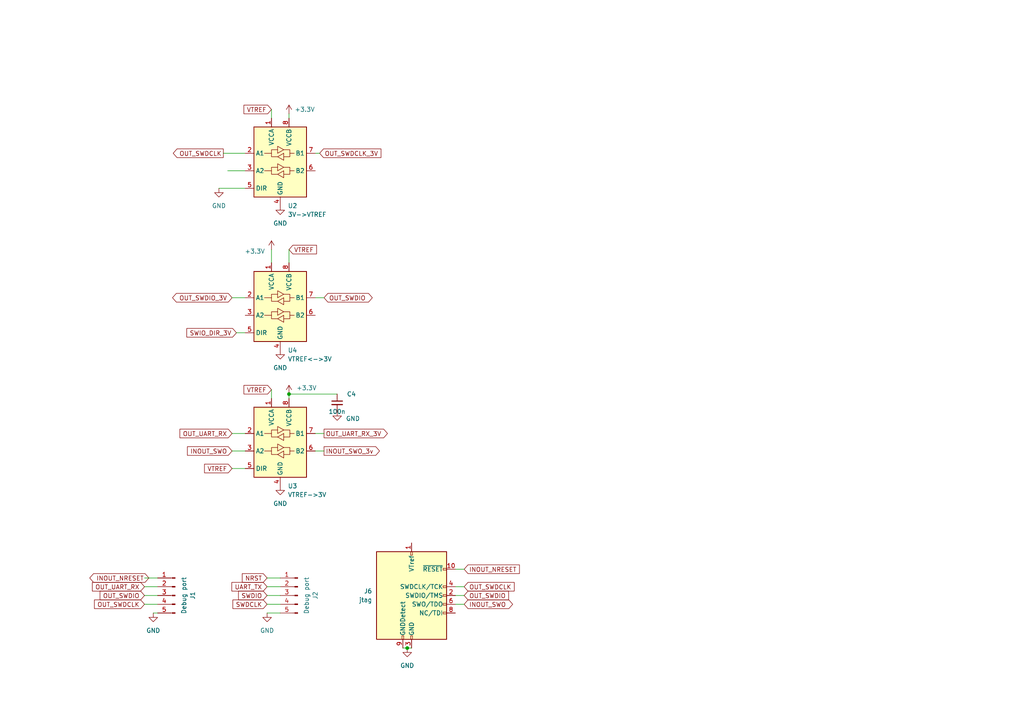
<source format=kicad_sch>
(kicad_sch (version 20231120) (generator "eeschema") (generator_version "8.0")
  (paper "A4")
  (title_block (title "GD32 5pin Level Shifter"))
  (lib_symbols
    (symbol "Connector:Conn_01x05_Male" (pin_names (offset 1.016) hide)
      (property "Reference" "J" (at 0 7.62 0))
      (property "Value" "Conn_01x05_Male" (at 0 -7.62 0))
      (symbol "Conn_01x05_Male_1_1"
        (polyline (pts (xy 1.27 -5.08) (xy 0.8636 -5.08)) (stroke (width 0.1524)))
        (polyline (pts (xy 1.27 -2.54) (xy 0.8636 -2.54)) (stroke (width 0.1524)))
        (polyline (pts (xy 1.27 0) (xy 0.8636 0)) (stroke (width 0.1524)))
        (polyline (pts (xy 1.27 2.54) (xy 0.8636 2.54)) (stroke (width 0.1524)))
        (polyline (pts (xy 1.27 5.08) (xy 0.8636 5.08)) (stroke (width 0.1524)))
        (rectangle (start 0.8636 -4.953) (end 0 -5.207) (stroke (width 0.1524)) (fill (type outline)))
        (rectangle (start 0.8636 -2.413) (end 0 -2.667) (stroke (width 0.1524)) (fill (type outline)))
        (rectangle (start 0.8636 0.127) (end 0 -0.127) (stroke (width 0.1524)) (fill (type outline)))
        (rectangle (start 0.8636 2.667) (end 0 2.413) (stroke (width 0.1524)) (fill (type outline)))
        (rectangle (start 0.8636 5.207) (end 0 4.953) (stroke (width 0.1524)) (fill (type outline)))
        (pin passive line (at 5.08 5.08 180) (length 3.81) (name "Pin_1") (number "1"))
        (pin passive line (at 5.08 2.54 180) (length 3.81) (name "Pin_2") (number "2"))
        (pin passive line (at 5.08 0 180) (length 3.81) (name "Pin_3") (number "3"))
        (pin passive line (at 5.08 -2.54 180) (length 3.81) (name "Pin_4") (number "4"))
        (pin passive line (at 5.08 -5.08 180) (length 3.81) (name "Pin_5") (number "5"))
      )
    )
    (symbol "Connector:Conn_ARM_JTAG_SWD_10" (pin_names (offset 1.016))
      (property "Reference" "J" (at -2.54 16.51 0))
      (property "Value" "Conn_ARM_JTAG_SWD_10" (at -2.54 13.97 0))
      (symbol "Conn_ARM_JTAG_SWD_10_0_1"
        (rectangle (start -10.16 12.7) (end 10.16 -12.7) (stroke (width 0.254)) (fill (type background)))
        (rectangle (start -2.794 -12.7) (end -2.286 -11.684))
        (rectangle (start -0.254 -12.7) (end 0.254 -11.684))
        (rectangle (start -0.254 12.7) (end 0.254 11.684))
        (rectangle (start 9.144 2.286) (end 10.16 2.794))
        (rectangle (start 10.16 -2.794) (end 9.144 -2.286))
        (rectangle (start 10.16 -0.254) (end 9.144 0.254))
        (rectangle (start 10.16 7.874) (end 9.144 7.366))
      )
      (symbol "Conn_ARM_JTAG_SWD_10_1_1"
        (rectangle (start 9.144 -5.334) (end 10.16 -4.826))
        (pin power_in line (at 0 15.24 270) (length 2.54) (name "VTref") (number "1"))
        (pin open_collector line (at 12.7 7.62 180) (length 2.54) (name "~{RESET}") (number "10"))
        (pin bidirectional line (at 12.7 0 180) (length 2.54) (name "SWDIO/TMS") (number "2"))
        (pin power_in line (at 0 -15.24 90) (length 2.54) (name "GND") (number "3"))
        (pin output line (at 12.7 2.54 180) (length 2.54) (name "SWDCLK/TCK") (number "4"))
        (pin passive line (at 0 -15.24 90) (length 2.54) hide (name "GND") (number "5"))
        (pin input line (at 12.7 -2.54 180) (length 2.54) (name "SWO/TDO") (number "6"))
        (pin no_connect line (at -10.16 0 0) (length 2.54) hide (name "KEY") (number "7"))
        (pin output line (at 12.7 -5.08 180) (length 2.54) (name "NC/TDI") (number "8"))
        (pin passive line (at -2.54 -15.24 90) (length 2.54) (name "GNDDetect") (number "9"))
      )
    )
    (symbol "Device:C_Small" (pin_numbers hide) (pin_names (offset 0.254) hide)
      (property "Reference" "C" (at 0.254 1.778 0))
      (property "Value" "C_Small" (at 0.254 -2.032 0))
      (symbol "C_Small_0_1"
        (polyline (pts (xy -1.524 -0.508) (xy 1.524 -0.508)) (stroke (width 0.3302)))
        (polyline (pts (xy -1.524 0.508) (xy 1.524 0.508)) (stroke (width 0.3048)))
      )
      (symbol "C_Small_1_1"
        (pin passive line (at 0 2.54 270) (length 2.032) (name "~") (number "1"))
        (pin passive line (at 0 -2.54 90) (length 2.032) (name "~") (number "2"))
      )
    )
    (symbol "Logic_LevelTranslator:SN74LVC2T45DCUR"
      (property "Reference" "U" (at -6.35 11.43 0))
      (property "Value" "SN74LVC2T45DCUR" (at 3.81 11.43 0))
      (symbol "SN74LVC2T45DCUR_0_1"
        (rectangle (start -7.62 10.16) (end 7.62 -10.16) (stroke (width 0.254)) (fill (type background)))
        (polyline (pts (xy -2.54 2.54) (xy -2.54 3.556) (xy -0.762 3.556)))
        (polyline (pts (xy 2.794 2.54) (xy 2.794 1.524) (xy 1.016 1.524)))
        (polyline (pts (xy -0.762 1.524) (xy -2.54 1.524) (xy -2.54 2.54) (xy -4.572 2.54)))
        (polyline (pts (xy -0.762 2.54) (xy -0.762 4.572) (xy 1.016 3.556) (xy -0.762 2.54)))
        (polyline (pts (xy 1.016 3.556) (xy 2.794 3.556) (xy 2.794 2.54) (xy 4.064 2.54)))
        (polyline (pts (xy 1.016 2.54) (xy 1.016 0.762) (xy 1.016 0.508) (xy -0.762 1.524) (xy 1.016 2.54)))
      )
      (symbol "SN74LVC2T45DCUR_1_1"
        (polyline (pts (xy -2.54 -2.54) (xy -2.54 -1.524) (xy -0.762 -1.524)))
        (polyline (pts (xy 2.794 -2.54) (xy 2.794 -3.556) (xy 1.016 -3.556)))
        (polyline (pts (xy -0.762 -3.556) (xy -2.54 -3.556) (xy -2.54 -2.54) (xy -4.572 -2.54)))
        (polyline (pts (xy -0.762 -2.54) (xy -0.762 -0.508) (xy 1.016 -1.524) (xy -0.762 -2.54)))
        (polyline (pts (xy 1.016 -1.524) (xy 2.794 -1.524) (xy 2.794 -2.54) (xy 4.064 -2.54)))
        (polyline (pts (xy 1.016 -2.54) (xy 1.016 -4.318) (xy 1.016 -4.572) (xy -0.762 -3.556) (xy 1.016 -2.54)))
        (pin power_in line (at -2.54 12.7 270) (length 2.54) (name "VCCA") (number "1"))
        (pin bidirectional line (at -10.16 2.54 0) (length 2.54) (name "A1") (number "2"))
        (pin bidirectional line (at -10.16 -2.54 0) (length 2.54) (name "A2") (number "3"))
        (pin power_in line (at 0 -12.7 90) (length 2.54) (name "GND") (number "4"))
        (pin input line (at -10.16 -7.62 0) (length 2.54) (name "DIR") (number "5"))
        (pin bidirectional line (at 10.16 -2.54 180) (length 2.54) (name "B2") (number "6"))
        (pin bidirectional line (at 10.16 2.54 180) (length 2.54) (name "B1") (number "7"))
        (pin power_in line (at 2.54 12.7 270) (length 2.54) (name "VCCB") (number "8"))
      )
    )
    (symbol "power:+3.3V" (power) (pin_names (offset 0))
      (property "Value" "+3.3V" (at 0 3.556 0))
      (symbol "+3.3V_0_1"
        (polyline (pts (xy -0.762 1.27) (xy 0 2.54)))
        (polyline (pts (xy 0 0) (xy 0 2.54)))
        (polyline (pts (xy 0 2.54) (xy 0.762 1.27)))
      )
      (symbol "+3.3V_1_1"
        (pin power_in line (at 0 0 90) (length 0) hide (name "+3.3V") (number "1"))
      )
    )
    (symbol "power:GND" (power) (pin_names (offset 0))
      (property "Value" "GND" (at 0 -3.81 0))
      (symbol "GND_0_1"
        (polyline (pts (xy 0 0) (xy 0 -1.27) (xy 1.27 -1.27) (xy 0 -2.54) (xy -1.27 -1.27) (xy 0 -1.27)))
      )
      (symbol "GND_1_1"
        (pin power_in line (at 0 0 270) (length 0) hide (name "GND") (number "1"))
      )
    )
  )
  (junction (at 118.11 187.96))
  (junction (at 83.82 114.3))
  (wire (pts (xy 67.31 135.89) (xy 71.12 135.89)))
  (wire (pts (xy 91.44 130.81) (xy 93.98 130.81)))
  (wire (pts (xy 91.44 125.73) (xy 93.98 125.73)))
  (wire (pts (xy 81.28 167.64) (xy 77.47 167.64)))
  (wire (pts (xy 91.44 44.45) (xy 92.71 44.45)))
  (wire (pts (xy 68.58 96.52) (xy 71.12 96.52)))
  (wire (pts (xy 63.5 54.61) (xy 71.12 54.61)))
  (wire (pts (xy 81.28 172.72) (xy 77.47 172.72)))
  (wire (pts (xy 78.74 31.75) (xy 78.74 34.29)))
  (wire (pts (xy 41.91 172.72) (xy 45.72 172.72)))
  (wire (pts (xy 83.82 33.02) (xy 83.82 34.29)))
  (wire (pts (xy 81.28 170.18) (xy 77.47 170.18)))
  (wire (pts (xy 67.31 86.36) (xy 71.12 86.36)))
  (wire (pts (xy 91.44 86.36) (xy 93.98 86.36)))
  (wire (pts (xy 78.74 72.39) (xy 78.74 76.2)))
  (wire (pts (xy 67.31 130.81) (xy 71.12 130.81)))
  (wire (pts (xy 44.45 177.8) (xy 45.72 177.8)))
  (wire (pts (xy 118.11 187.96) (xy 119.38 187.96)))
  (wire (pts (xy 83.82 114.3) (xy 97.79 114.3)))
  (wire (pts (xy 132.08 165.1) (xy 134.62 165.1)))
  (wire (pts (xy 132.08 175.26) (xy 134.62 175.26)))
  (wire (pts (xy 41.91 167.64) (xy 45.72 167.64)))
  (wire (pts (xy 132.08 170.18) (xy 134.62 170.18)))
  (wire (pts (xy 83.82 114.3) (xy 83.82 115.57)))
  (wire (pts (xy 81.28 175.26) (xy 77.47 175.26)))
  (wire (pts (xy 116.84 187.96) (xy 118.11 187.96)))
  (wire (pts (xy 41.91 170.18) (xy 45.72 170.18)))
  (wire (pts (xy 67.31 125.73) (xy 71.12 125.73)))
  (wire (pts (xy 64.77 44.45) (xy 71.12 44.45)))
  (wire (pts (xy 41.91 175.26) (xy 45.72 175.26)))
  (wire (pts (xy 83.82 72.39) (xy 83.82 76.2)))
  (wire (pts (xy 78.74 113.03) (xy 78.74 115.57)))
  (wire (pts (xy 66.04 49.53) (xy 71.12 49.53)))
  (wire (pts (xy 81.28 177.8) (xy 77.47 177.8)))
  (wire (pts (xy 132.08 172.72) (xy 134.62 172.72)))
  (global_label "VTREF" (shape input) (at 78.74 113.03 180) (property "Intersheetrefs" "${INTERSHEET_REFS}" (effects (hide yes))))
  (global_label "SWDCLK" (shape input) (at 77.47 175.26 180) (property "Intersheetrefs" "${INTERSHEET_REFS}" (effects (hide yes))))
  (global_label "INOUT_NRESET" (shape bidirectional) (at 43.18 167.64 180) (property "Intersheetrefs" "${INTERSHEET_REFS}" (effects (hide yes))))
  (global_label "INOUT_SWO_3v" (shape output) (at 93.98 130.81 0) (property "Intersheetrefs" "${INTERSHEET_REFS}" (effects (hide yes))))
  (global_label "NRST" (shape input) (at 77.47 167.64 180) (property "Intersheetrefs" "${INTERSHEET_REFS}" (effects (hide yes))))
  (global_label "INOUT_SWO" (shape bidirectional) (at 134.62 175.26 0) (property "Intersheetrefs" "${INTERSHEET_REFS}" (effects (hide yes))))
  (global_label "OUT_SWDIO" (shape input) (at 41.91 172.72 180) (property "Intersheetrefs" "${INTERSHEET_REFS}" (effects (hide yes))))
  (global_label "OUT_SWDCLK" (shape output) (at 64.77 44.45 180) (property "Intersheetrefs" "${INTERSHEET_REFS}" (effects (hide yes))))
  (global_label "VTREF" (shape input) (at 67.31 135.89 180) (property "Intersheetrefs" "${INTERSHEET_REFS}" (effects (hide yes))))
  (global_label "UART_TX" (shape input) (at 77.47 170.18 180) (property "Intersheetrefs" "${INTERSHEET_REFS}" (effects (hide yes))))
  (global_label "OUT_SWDCLK" (shape input) (at 41.91 175.26 180) (property "Intersheetrefs" "${INTERSHEET_REFS}" (effects (hide yes))))
  (global_label "VTREF" (shape input) (at 83.82 72.39 0) (property "Intersheetrefs" "${INTERSHEET_REFS}" (effects (hide yes))))
  (global_label "OUT_SWDCLK_3V" (shape input) (at 92.71 44.45 0) (property "Intersheetrefs" "${INTERSHEET_REFS}" (effects (hide yes))))
  (global_label "OUT_UART_RX" (shape input) (at 67.31 125.73 180) (property "Intersheetrefs" "${INTERSHEET_REFS}" (effects (hide yes))))
  (global_label "INOUT_SWO" (shape input) (at 67.31 130.81 180) (property "Intersheetrefs" "${INTERSHEET_REFS}" (effects (hide yes))))
  (global_label "OUT_SWDIO" (shape bidirectional) (at 93.98 86.36 0) (property "Intersheetrefs" "${INTERSHEET_REFS}" (effects (hide yes))))
  (global_label "OUT_SWDIO_3V" (shape bidirectional) (at 67.31 86.36 180) (property "Intersheetrefs" "${INTERSHEET_REFS}" (effects (hide yes))))
  (global_label "OUT_UART_RX" (shape input) (at 41.91 170.18 180) (property "Intersheetrefs" "${INTERSHEET_REFS}" (effects (hide yes))))
  (global_label "VTREF" (shape input) (at 78.74 31.75 180) (property "Intersheetrefs" "${INTERSHEET_REFS}" (effects (hide yes))))
  (global_label "OUT_SWDIO" (shape input) (at 134.62 172.72 0) (property "Intersheetrefs" "${INTERSHEET_REFS}" (effects (hide yes))))
  (global_label "SWIO_DIR_3V" (shape input) (at 68.58 96.52 180) (property "Intersheetrefs" "${INTERSHEET_REFS}" (effects (hide yes))))
  (global_label "SWDIO" (shape input) (at 77.47 172.72 180) (property "Intersheetrefs" "${INTERSHEET_REFS}" (effects (hide yes))))
  (global_label "OUT_SWDCLK" (shape input) (at 134.62 170.18 0) (property "Intersheetrefs" "${INTERSHEET_REFS}" (effects (hide yes))))
  (global_label "OUT_UART_RX_3V" (shape output) (at 93.98 125.73 0) (property "Intersheetrefs" "${INTERSHEET_REFS}" (effects (hide yes))))
  (global_label "INOUT_NRESET" (shape input) (at 134.62 165.1 0) (property "Intersheetrefs" "${INTERSHEET_REFS}" (effects (hide yes))))
  (symbol (lib_id "Connector:Conn_01x05_Male") (at 86.36 172.72 0) (mirror y) (unit 1)
    (property "Reference" "J2" (at 91.44 172.72 90))
    (property "Value" "Debug port" (at 88.9 172.72 90))
    (property "Footprint" "Connector_PinSocket_1.27mm:PinSocket_1x05_P1.27mm_Vertical" (effects (hide yes)))
  )
  (symbol (lib_id "power:GND") (at 81.28 59.69 0) (unit 1)
    (property "Reference" "#PWR05" (effects (hide yes)))
    (property "Value" "GND" (at 81.28 64.77 0))
  )
  (symbol (lib_id "Connector:Conn_ARM_JTAG_SWD_10") (at 119.38 172.72 0) (unit 1)
    (property "Reference" "J6" (at 107.95 171.4499 0) (effects (justify right)))
    (property "Value" "jtag" (at 107.95 173.9899 0) (effects (justify right)))
    (property "Footprint" "Connector_PinHeader_1.27mm:PinHeader_2x05_P1.27mm_Vertical_SMD" (effects (hide yes)))
    (property "Datasheet" "http://infocenter.arm.com/help/topic/com.arm.doc.ddi0314h/DDI0314H_coresight_components_trm.pdf" (effects (hide yes)))
    (property "Description" "Cortex Debug Connector, standard ARM Cortex-M SWD and JTAG interface" (effects (hide yes)))
  )
  (symbol (lib_id "Logic_LevelTranslator:SN74LVC2T45DCUR") (at 81.28 128.27 0) (unit 1)
    (property "Reference" "U3" (at 83.4741 140.97 0) (effects (justify left)))
    (property "Value" "VTREF->3V" (at 83.4741 143.51 0) (effects (justify left)))
    (property "Footprint" "Package_SO:VSSOP-8_2.3x2mm_P0.5mm" (effects (hide yes)))
    (property "Datasheet" "http://www.ti.com/lit/ds/symlink/sn74lvc2t45.pdf" (effects (hide yes)))
    (property "Description" "Dual-Bit Dual-Supply Bus Transceiver With Configurable Voltage Translation and 3-State Outputs, VSSOP-8" (effects (hide yes)))
  )
  (symbol (lib_id "power:GND") (at 97.79 119.38 0) (unit 1)
    (property "Reference" "#PWR011" (effects (hide yes)))
    (property "Value" "GND" (at 102.362 121.412 0))
  )
  (symbol (lib_id "power:GND") (at 63.5 54.61 0) (unit 1)
    (property "Reference" "#PWR04" (effects (hide yes)))
    (property "Value" "GND" (at 63.5 59.69 0))
  )
  (symbol (lib_id "power:+3.3V") (at 83.82 33.02 0) (unit 1)
    (property "Reference" "#PWR06" (effects (hide yes)))
    (property "Value" "+3.3V" (at 88.392 31.75 0))
  )
  (symbol (lib_id "power:GND") (at 44.45 177.8 0) (unit 1)
    (property "Reference" "#PWR012" (effects (hide yes)))
    (property "Value" "GND" (at 44.45 182.88 0))
  )
  (symbol (lib_id "power:GND") (at 77.47 177.8 0) (unit 1)
    (property "Reference" "#PWR013" (effects (hide yes)))
    (property "Value" "GND" (at 77.47 182.88 0))
  )
  (symbol (lib_id "power:+3.3V") (at 78.74 72.39 0) (unit 1)
    (property "Reference" "#PWR07" (effects (hide yes)))
    (property "Value" "+3.3V" (at 73.914 72.898 0))
  )
  (symbol (lib_id "power:GND") (at 81.28 140.97 0) (unit 1)
    (property "Reference" "#PWR08" (effects (hide yes)))
    (property "Value" "GND" (at 81.28 146.05 0))
  )
  (symbol (lib_id "Connector:Conn_01x05_Male") (at 50.8 172.72 0) (mirror y) (unit 1)
    (property "Reference" "J1" (at 55.88 172.72 90))
    (property "Value" "Debug port" (at 53.34 172.72 90))
    (property "Footprint" "Connector_JST:JST_XH_B5B-XH-A_1x05_P2.50mm_Vertical" (effects (hide yes)))
  )
  (symbol (lib_id "Logic_LevelTranslator:SN74LVC2T45DCUR") (at 81.28 46.99 0) (unit 1)
    (property "Reference" "U2" (at 83.4741 59.69 0) (effects (justify left)))
    (property "Value" "3V->VTREF" (at 83.4741 62.23 0) (effects (justify left)))
    (property "Footprint" "Package_SO:VSSOP-8_2.3x2mm_P0.5mm" (effects (hide yes)))
    (property "Datasheet" "http://www.ti.com/lit/ds/symlink/sn74lvc2t45.pdf" (effects (hide yes)))
    (property "Description" "Dual-Bit Dual-Supply Bus Transceiver With Configurable Voltage Translation and 3-State Outputs, VSSOP-8" (effects (hide yes)))
  )
  (symbol (lib_id "power:GND") (at 118.11 187.96 0) (unit 1)
    (property "Reference" "#PWR03" (effects (hide yes)))
    (property "Value" "GND" (at 118.11 193.04 0))
  )
  (symbol (lib_id "Device:C_Small") (at 97.79 116.84 0) (unit 1)
    (property "Reference" "C4" (at 100.584 114.3 0) (effects (justify left)))
    (property "Value" "100n" (at 95.25 119.38 0) (effects (justify left)))
    (property "Footprint" "Resistor_SMD:R_0603_1608Metric" (effects (hide yes)))
  )
  (symbol (lib_id "power:GND") (at 81.28 101.6 0) (unit 1)
    (property "Reference" "#PWR09" (effects (hide yes)))
    (property "Value" "GND" (at 81.28 106.68 0))
  )
  (symbol (lib_id "power:+3.3V") (at 83.82 114.3 0) (unit 1)
    (property "Reference" "#PWR010" (effects (hide yes)))
    (property "Value" "+3.3V" (at 88.9 112.522 0))
  )
  (symbol (lib_id "Logic_LevelTranslator:SN74LVC2T45DCUR") (at 81.28 88.9 0) (unit 1)
    (property "Reference" "U4" (at 83.4741 101.6 0) (effects (justify left)))
    (property "Value" "VTREF<->3V" (at 83.4741 104.14 0) (effects (justify left)))
    (property "Footprint" "Package_SO:VSSOP-8_2.3x2mm_P0.5mm" (effects (hide yes)))
    (property "Datasheet" "http://www.ti.com/lit/ds/symlink/sn74lvc2t45.pdf" (effects (hide yes)))
    (property "Description" "Dual-Bit Dual-Supply Bus Transceiver With Configurable Voltage Translation and 3-State Outputs, VSSOP-8" (effects (hide yes)))
  )
)
</source>
